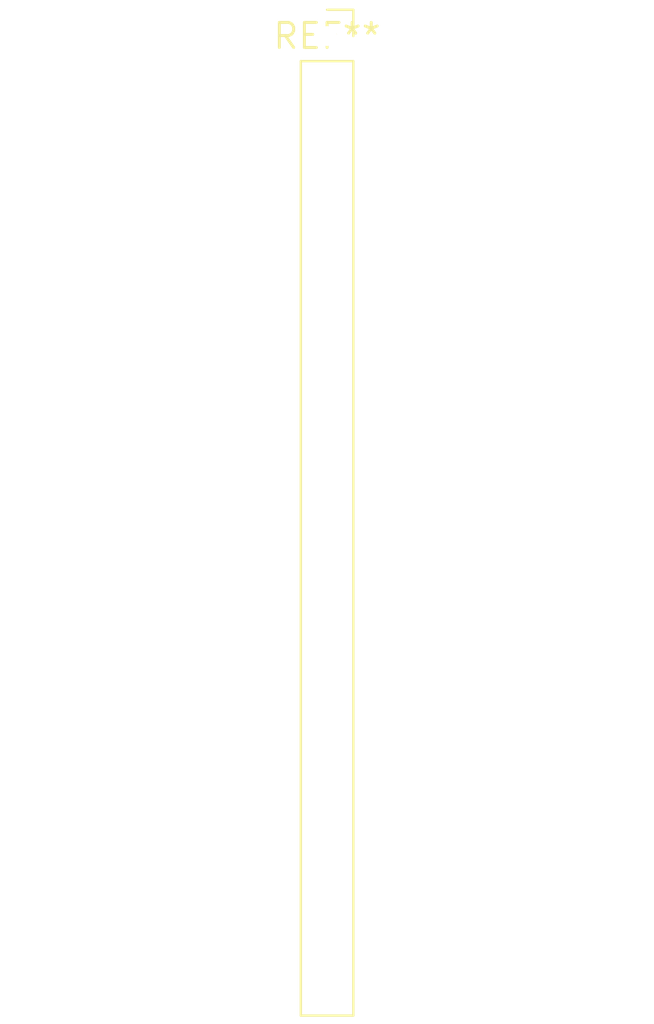
<source format=kicad_pcb>
(kicad_pcb (version 20240108) (generator pcbnew)
  (layers (0 "F.Cu" signal) (31 "B.Cu" signal) (34 "B.Paste" user) (35 "F.Paste" user) (36 "B.SilkS" user "B.Silkscreen") (37 "F.SilkS" user "F.Silkscreen") (38 "B.Mask" user) (39 "F.Mask" user) (44 "Edge.Cuts" user))
  (net 0 "")
  (footprint "PinSocket_1x20_P2.54mm_Vertical" (layer "F.Cu") (at 0 0)
    (property "Reference" "REF**")
    (property "Value" "PinSocket_1x20_P2.54mm_Vertical")
    (fp_line (start -1.33 1.27) (end -1.33 49.59) (layer "F.SilkS") (stroke (width 0.12)))
    (fp_line (start -1.33 1.27) (end 1.33 1.27) (layer "F.SilkS") (stroke (width 0.12)))
    (fp_line (start -1.33 49.59) (end 1.33 49.59) (layer "F.SilkS") (stroke (width 0.12)))
    (fp_line (start 0 -1.33) (end 1.33 -1.33) (layer "F.SilkS") (stroke (width 0.12)))
    (fp_line (start 1.33 -1.33) (end 1.33 0) (layer "F.SilkS") (stroke (width 0.12)))
    (fp_line (start 1.33 1.27) (end 1.33 49.59) (layer "F.SilkS") (stroke (width 0.12)))
    (pad "1" thru_hole rect (at 0 0) (size 1.7 1.7) (drill 1) (layers *.Cu *.Mask) (remove_unused_layers))
    (pad "2" thru_hole oval (at 0 2.54) (size 1.7 1.7) (drill 1) (layers *.Cu *.Mask) (remove_unused_layers))
    (pad "3" thru_hole oval (at 0 5.08) (size 1.7 1.7) (drill 1) (layers *.Cu *.Mask) (remove_unused_layers))
    (pad "4" thru_hole oval (at 0 7.62) (size 1.7 1.7) (drill 1) (layers *.Cu *.Mask) (remove_unused_layers))
    (pad "5" thru_hole oval (at 0 10.16) (size 1.7 1.7) (drill 1) (layers *.Cu *.Mask) (remove_unused_layers))
    (pad "6" thru_hole oval (at 0 12.7) (size 1.7 1.7) (drill 1) (layers *.Cu *.Mask) (remove_unused_layers))
    (pad "7" thru_hole oval (at 0 15.24) (size 1.7 1.7) (drill 1) (layers *.Cu *.Mask) (remove_unused_layers))
    (pad "8" thru_hole oval (at 0 17.78) (size 1.7 1.7) (drill 1) (layers *.Cu *.Mask) (remove_unused_layers))
    (pad "9" thru_hole oval (at 0 20.32) (size 1.7 1.7) (drill 1) (layers *.Cu *.Mask) (remove_unused_layers))
    (pad "10" thru_hole oval (at 0 22.86) (size 1.7 1.7) (drill 1) (layers *.Cu *.Mask) (remove_unused_layers))
    (pad "11" thru_hole oval (at 0 25.4) (size 1.7 1.7) (drill 1) (layers *.Cu *.Mask) (remove_unused_layers))
    (pad "12" thru_hole oval (at 0 27.94) (size 1.7 1.7) (drill 1) (layers *.Cu *.Mask) (remove_unused_layers))
    (pad "13" thru_hole oval (at 0 30.48) (size 1.7 1.7) (drill 1) (layers *.Cu *.Mask) (remove_unused_layers))
    (pad "14" thru_hole oval (at 0 33.02) (size 1.7 1.7) (drill 1) (layers *.Cu *.Mask) (remove_unused_layers))
    (pad "15" thru_hole oval (at 0 35.56) (size 1.7 1.7) (drill 1) (layers *.Cu *.Mask) (remove_unused_layers))
    (pad "16" thru_hole oval (at 0 38.1) (size 1.7 1.7) (drill 1) (layers *.Cu *.Mask) (remove_unused_layers))
    (pad "17" thru_hole oval (at 0 40.64) (size 1.7 1.7) (drill 1) (layers *.Cu *.Mask) (remove_unused_layers))
    (pad "18" thru_hole oval (at 0 43.18) (size 1.7 1.7) (drill 1) (layers *.Cu *.Mask) (remove_unused_layers))
    (pad "19" thru_hole oval (at 0 45.72) (size 1.7 1.7) (drill 1) (layers *.Cu *.Mask) (remove_unused_layers))
    (pad "20" thru_hole oval (at 0 48.26) (size 1.7 1.7) (drill 1) (layers *.Cu *.Mask) (remove_unused_layers))
  )
)
</source>
